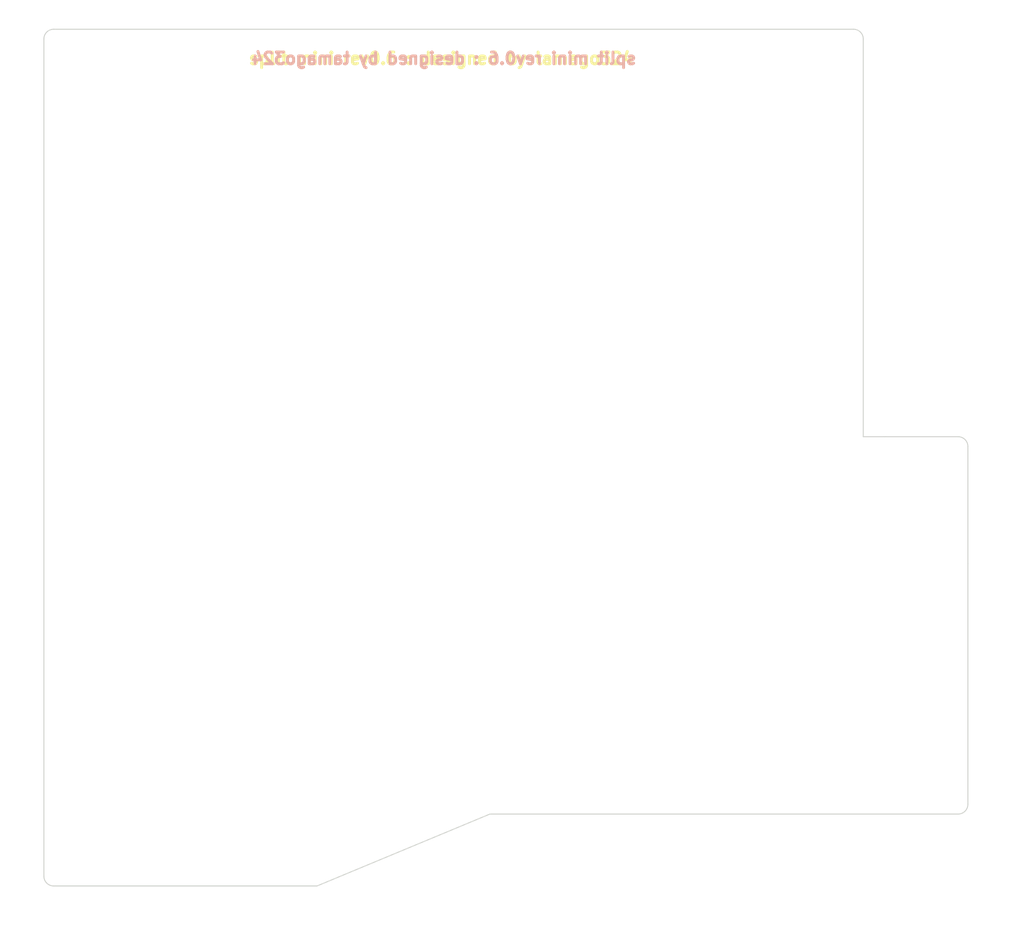
<source format=kicad_pcb>
(kicad_pcb (version 20211014) (generator pcbnew)
  (layers (0 "F.Cu" signal) (31 "B.Cu" signal) (34 "B.Paste" user) (35 "F.Paste" user) (36 "B.SilkS" user "B.Silkscreen") (37 "F.SilkS" user "F.Silkscreen") (38 "B.Mask" user) (39 "F.Mask" user) (44 "Edge.Cuts" user))
  (net 0 "")
  (net 1 "GND")
  (footprint "split-mini:spacer_m2_2.2mm" (layer "F.Cu") (at 52.5 85.5)
    (fp_text reference "HOLE3" hide)
    (fp_text value "Val**" hide)
    (pad "" np_thru_hole circle (at 0 0) (size 2.2 2.2) (drill 2.2) (layers F&B.Cu *.Mask))
  )
  (footprint "split-mini:spacer_m2_2.2mm" (layer "F.Cu") (at 107.25 82.8)
    (fp_text reference "HOLE5" hide)
    (fp_text value "Val**" hide)
    (pad "" np_thru_hole circle (at 0 0) (size 2.2 2.2) (drill 2.2) (layers F&B.Cu *.Mask))
  )
  (footprint "split-mini:spacer_m2_2.2mm" (layer "F.Cu") (at 52.5 103.9)
    (fp_text reference "HOLE4" hide)
    (fp_text value "Val*" hide)
    (pad "" np_thru_hole circle (at 0 0) (size 2.2 2.2) (drill 2.2) (layers F&B.Cu *.Mask))
  )
  (footprint "split-mini:spacer_m2_2.2mm" (layer "F.Cu") (at 94.5 28)
    (fp_text reference "HOLE2" hide)
    (fp_text value "Val**" hide)
    (pad "" np_thru_hole circle (at 0 0) (size 2.2 2.2) (drill 2.2) (layers F&B.Cu *.Mask))
  )
  (footprint "split-mini:spacer_m2_2.2mm" (layer "F.Cu") (at 28.5 30)
    (fp_text reference "HOLE1" hide)
    (fp_text value "Val**" hide)
    (pad "" np_thru_hole circle (at 0 0) (size 2.2 2.2) (drill 2.2) (layers F&B.Cu *.Mask))
  )
  (gr_line (start 19.500001 24.000001) (end 19.500001 109.875001) (layer "Edge.Cuts") (width 0.1))
  (gr_line (start 114.225001 102.500001) (end 114.225001 77.794955) (layer "Edge.Cuts") (width 0.1))
  (gr_line (start 114.225001 77.794955) (end 114.225001 65.794955) (layer "Edge.Cuts") (width 0.1))
  (gr_line (start 65.225001 103.500001) (end 113.225001 103.500001) (layer "Edge.Cuts") (width 0.1))
  (gr_line (start 47.500001 110.875001) (end 65.225001 103.500001) (layer "Edge.Cuts") (width 0.1))
  (gr_arc (start 102.500001 23.000001) (mid 103.207107 23.292895) (end 103.500001 24.000001) (layer "Edge.Cuts") (width 0.1))
  (gr_line (start 102.500001 23.000001) (end 20.500001 23.000001) (layer "Edge.Cuts") (width 0.1))
  (gr_arc (start 20.500001 110.875001) (mid 19.792894 110.582108) (end 19.500001 109.875001) (layer "Edge.Cuts") (width 0.1))
  (gr_arc (start 114.225001 102.500001) (mid 113.932108 103.207108) (end 113.225001 103.500001) (layer "Edge.Cuts") (width 0.1))
  (gr_arc (start 19.500001 24.000001) (mid 19.792894 23.292894) (end 20.500001 23.000001) (layer "Edge.Cuts") (width 0.1))
  (gr_line (start 105.725001 64.794955) (end 103.500001 64.794955) (layer "Edge.Cuts") (width 0.1))
  (gr_arc (start 113.225001 64.794955) (mid 113.932123 65.087846) (end 114.225001 65.794955) (layer "Edge.Cuts") (width 0.1))
  (gr_line (start 20.500001 110.875001) (end 47.500001 110.875001) (layer "Edge.Cuts") (width 0.1))
  (gr_line (start 113.225001 64.794955) (end 105.725001 64.794955) (layer "Edge.Cuts") (width 0.1))
  (gr_line (start 103.500001 24.000001) (end 103.500001 64.794955) (layer "Edge.Cuts") (width 0.1))
  (gr_text "split mini rev0.6 : designed by tamago324" (at 60.5 26) (layer "B.SilkS") (effects (font (size 1.2 1.2) (thickness 0.3)) (justify mirror)))
  (gr_text "split mini rev0.6 : designed by tamago324" (at 60.25 26) (layer "F.SilkS") (effects (font (size 1.2 1.2) (thickness 0.3))))
)
</source>
